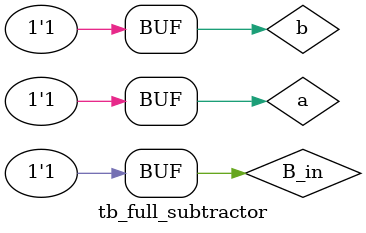
<source format=v>
module tb_full_subtractor;
  reg a, b, B_in;
  wire D, B_out;
  
  full_subtractor fs(a, b, B_in, D, B_out);
  
initial begin
  $monitor("At time %0t: a=%b b=%b, B_in=%b, difference=%b, borrow=%b",$time, a,b,B_in,D,B_out);
  $dumpfile ("tb_full_subtractor.vcd");
  $dumpvars;
  
    a = 0; b = 0; B_in = 0; #1;
    a = 0; b = 0; B_in = 1; #1;
    a = 0; b = 1; B_in = 0; #1;
    a = 0; b = 1; B_in = 1; #1;
    a = 1; b = 0; B_in = 0; #1;
    a = 1; b = 0; B_in = 1; #1;
    a = 1; b = 1; B_in = 0; #1;
    a = 1; b = 1; B_in = 1;
  end
endmodule
</source>
